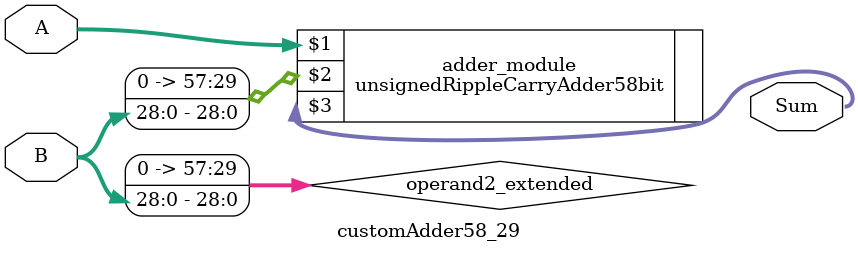
<source format=v>
module customAdder58_29(
                        input [57 : 0] A,
                        input [28 : 0] B,
                        
                        output [58 : 0] Sum
                );

        wire [57 : 0] operand2_extended;
        
        assign operand2_extended =  {29'b0, B};
        
        unsignedRippleCarryAdder58bit adder_module(
            A,
            operand2_extended,
            Sum
        );
        
        endmodule
        
</source>
